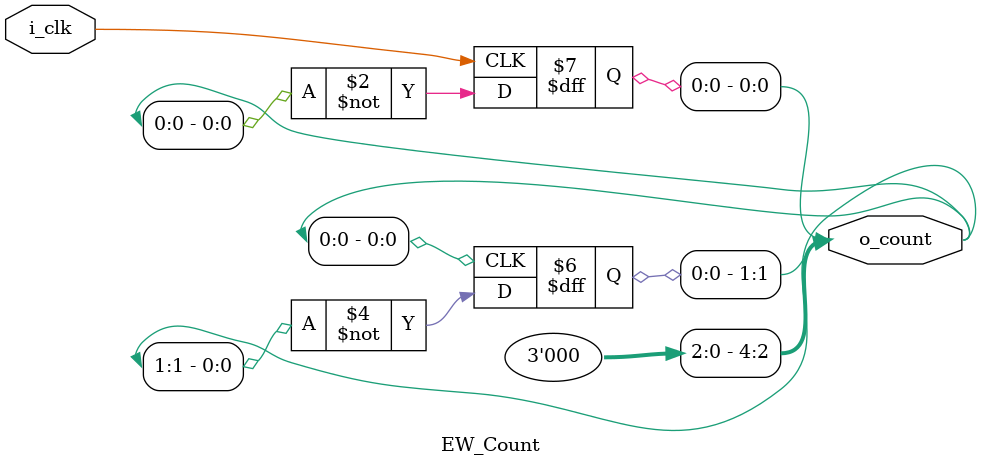
<source format=v>
`timescale 1ns / 1ps
module design_tc(

input wire [4:0] i_NS_count,
input wire [3:0] i_EW_count,
input wire [1:0] yellow_count,
input wire       NS_vehicle_detect,
input wire       EW_vehicle_detect,

output reg NS_red,
output reg NS_green,
output reg NS_yellow,
output reg EW_red,
output reg EW_green,
output reg EW_yellow
    );
    
    initial begin
    
    NS_red <= 1'b0;
    NS_yellow <= 1'b0;
    NS_green <= 1'b1;
    EW_red <= 1'b1;
    EW_yellow <= 1'b0;
    EW_green <= 1'b0;
    
    end
    
    always@(i_NS_count)begin
    
        if(i_NS_count == 31 & EW_vehicle_detect & NS_green)begin
            
            NS_red <= 1'b0;
            NS_yellow <= 1'b1;
            NS_green <= 1'b0;
            EW_red <= 1'b1;
            EW_yellow <= 1'b0;
            EW_green <= 1'b0;
            
         end
         
     end
     
    always@(i_EW_count)begin
    
        if(i_EW_count == 15 & NS_vehicle_detect & EW_green)begin
            
            NS_red <= 1'b1;
            NS_yellow <= 1'b0;
            NS_green <= 1'b0;
            EW_red <= 1'b0;
            EW_yellow <= 1'b1;
            EW_green <= 1'b0;
            
         end
         
     end
     
    always@(yellow_count)begin
    
        if(yellow_count == 3 & NS_yellow)begin
            
            NS_red <= 1'b1;
            NS_yellow <= 1'b0;
            NS_green <= 1'b0;
            EW_red <= 1'b0;
            EW_yellow <= 1'b0;
            EW_green <= 1'b1;
            
         end
         
    
        if(yellow_count == 3 & EW_yellow)begin
            
            NS_red <= 1'b0;
            NS_yellow <= 1'b0;
            NS_green <= 1'b1;
            EW_red <= 1'b1;
            EW_yellow <= 1'b0;
            EW_green <= 1'b0;
            
         end
         
     
     end
endmodule

module NS_Count(

input wire i_clk,
output reg [4:0] o_count
);

initial
    o_count = 0;
    
always@(negedge i_clk)
    o_count[0] <= ~o_count[0];

always@(negedge o_count[0])
    o_count[1] <= ~o_count[1];
    
always@(negedge o_count[1])
    o_count[2] <= ~o_count[2];
  
always@(negedge o_count[2])
    o_count[3] <= ~o_count[3];
  
always@(negedge o_count[3])
    o_count[4] <= ~o_count[4];
        
endmodule

module yellow_counter(

input wire i_clk,
output reg [1:0] o_count
);

initial
    o_count = 0;
    
always@(negedge i_clk)
    o_count[0] <= ~o_count[0];

always@(negedge o_count[0])
    o_count[1] <= ~o_count[1];
    
always@(negedge o_count[1])
    o_count[2] <= ~o_count[2];
  
always@(negedge o_count[2])
    o_count[3] <= ~o_count[3];
       
endmodule

module EW_Count(

input wire i_clk,
output reg [4:0] o_count
);

initial
    o_count = 0;
    
always@(negedge i_clk)
    o_count[0] <= ~o_count[0];

always@(negedge o_count[0])
    o_count[1] <= ~o_count[1];
        
endmodule

</source>
